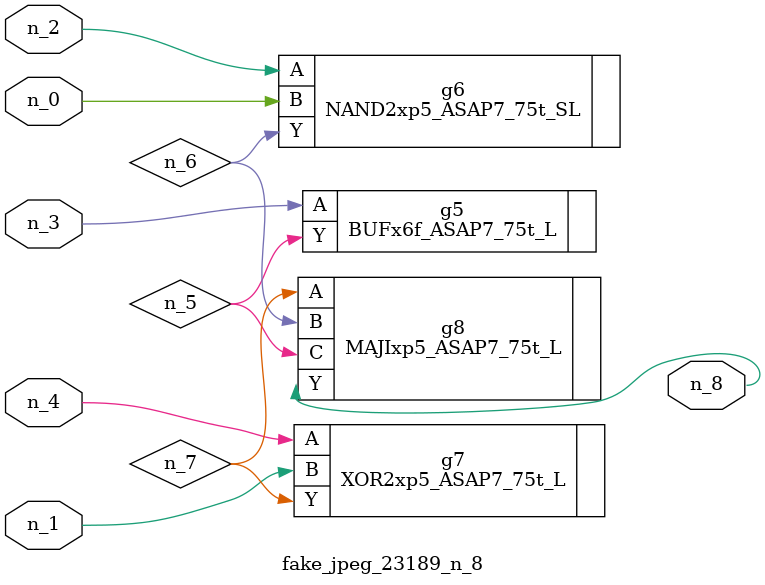
<source format=v>
module fake_jpeg_23189_n_8 (n_3, n_2, n_1, n_0, n_4, n_8);

input n_3;
input n_2;
input n_1;
input n_0;
input n_4;

output n_8;

wire n_6;
wire n_5;
wire n_7;

BUFx6f_ASAP7_75t_L g5 ( 
.A(n_3),
.Y(n_5)
);

NAND2xp5_ASAP7_75t_SL g6 ( 
.A(n_2),
.B(n_0),
.Y(n_6)
);

XOR2xp5_ASAP7_75t_L g7 ( 
.A(n_4),
.B(n_1),
.Y(n_7)
);

MAJIxp5_ASAP7_75t_L g8 ( 
.A(n_7),
.B(n_6),
.C(n_5),
.Y(n_8)
);


endmodule
</source>
